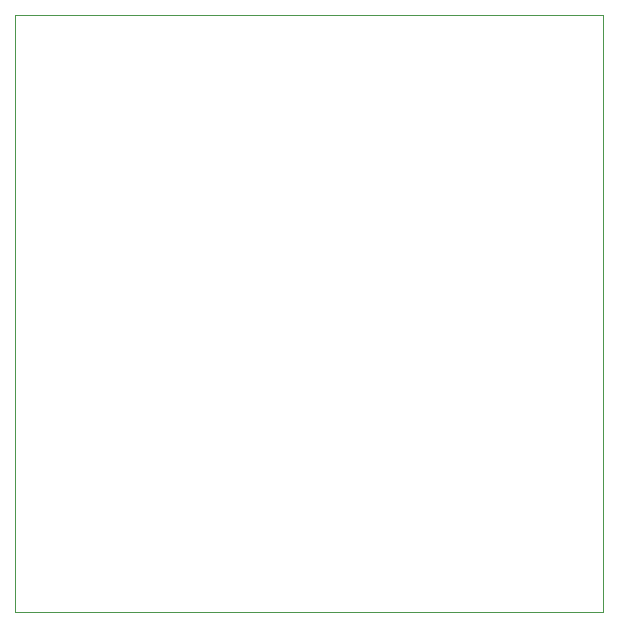
<source format=gbr>
G04 ===== Begin FILE IDENTIFICATION =====*
G04 File Format:  Gerber RS274X*
G04 ===== End FILE IDENTIFICATION =====*
%FSLAX33Y33*%
%MOMM*%
%SFA1.0000B1.0000*%
%OFA0.0B0.0*%
%ADD14C,0.025000*%
%LNbound*%
%IPPOS*%
%LPD*%
G75*
D14*
G01X67500Y25000D02*
G01Y-25500D01*
G01X17700D01*
G01Y25045D01*
G01X67500Y25000D01*
M02*


</source>
